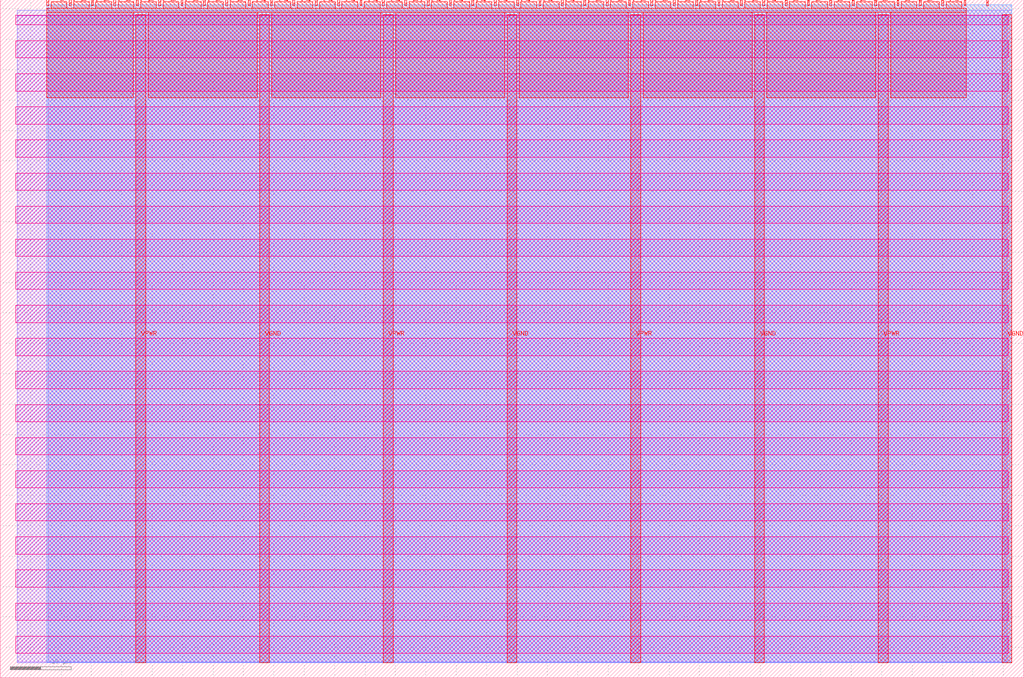
<source format=lef>
VERSION 5.7 ;
  NOWIREEXTENSIONATPIN ON ;
  DIVIDERCHAR "/" ;
  BUSBITCHARS "[]" ;
MACRO tt_um_fing_synchronizer_hga
  CLASS BLOCK ;
  FOREIGN tt_um_fing_synchronizer_hga ;
  ORIGIN 0.000 0.000 ;
  SIZE 168.360 BY 111.520 ;
  PIN VGND
    DIRECTION INOUT ;
    USE GROUND ;
    PORT
      LAYER met4 ;
        RECT 42.670 2.480 44.270 109.040 ;
    END
    PORT
      LAYER met4 ;
        RECT 83.380 2.480 84.980 109.040 ;
    END
    PORT
      LAYER met4 ;
        RECT 124.090 2.480 125.690 109.040 ;
    END
    PORT
      LAYER met4 ;
        RECT 164.800 2.480 166.400 109.040 ;
    END
  END VGND
  PIN VPWR
    DIRECTION INOUT ;
    USE POWER ;
    PORT
      LAYER met4 ;
        RECT 22.315 2.480 23.915 109.040 ;
    END
    PORT
      LAYER met4 ;
        RECT 63.025 2.480 64.625 109.040 ;
    END
    PORT
      LAYER met4 ;
        RECT 103.735 2.480 105.335 109.040 ;
    END
    PORT
      LAYER met4 ;
        RECT 144.445 2.480 146.045 109.040 ;
    END
  END VPWR
  PIN clk
    DIRECTION INPUT ;
    USE SIGNAL ;
    ANTENNAGATEAREA 0.852000 ;
    PORT
      LAYER met4 ;
        RECT 158.550 110.520 158.850 111.520 ;
    END
  END clk
  PIN ena
    DIRECTION INPUT ;
    USE SIGNAL ;
    PORT
      LAYER met4 ;
        RECT 162.230 110.520 162.530 111.520 ;
    END
  END ena
  PIN rst_n
    DIRECTION INPUT ;
    USE SIGNAL ;
    ANTENNAGATEAREA 0.196500 ;
    PORT
      LAYER met4 ;
        RECT 154.870 110.520 155.170 111.520 ;
    END
  END rst_n
  PIN ui_in[0]
    DIRECTION INPUT ;
    USE SIGNAL ;
    ANTENNAGATEAREA 0.196500 ;
    PORT
      LAYER met4 ;
        RECT 151.190 110.520 151.490 111.520 ;
    END
  END ui_in[0]
  PIN ui_in[1]
    DIRECTION INPUT ;
    USE SIGNAL ;
    ANTENNAGATEAREA 0.213000 ;
    PORT
      LAYER met4 ;
        RECT 147.510 110.520 147.810 111.520 ;
    END
  END ui_in[1]
  PIN ui_in[2]
    DIRECTION INPUT ;
    USE SIGNAL ;
    ANTENNAGATEAREA 0.159000 ;
    PORT
      LAYER met4 ;
        RECT 143.830 110.520 144.130 111.520 ;
    END
  END ui_in[2]
  PIN ui_in[3]
    DIRECTION INPUT ;
    USE SIGNAL ;
    ANTENNAGATEAREA 0.159000 ;
    PORT
      LAYER met4 ;
        RECT 140.150 110.520 140.450 111.520 ;
    END
  END ui_in[3]
  PIN ui_in[4]
    DIRECTION INPUT ;
    USE SIGNAL ;
    ANTENNAGATEAREA 0.196500 ;
    PORT
      LAYER met4 ;
        RECT 136.470 110.520 136.770 111.520 ;
    END
  END ui_in[4]
  PIN ui_in[5]
    DIRECTION INPUT ;
    USE SIGNAL ;
    ANTENNAGATEAREA 0.196500 ;
    PORT
      LAYER met4 ;
        RECT 132.790 110.520 133.090 111.520 ;
    END
  END ui_in[5]
  PIN ui_in[6]
    DIRECTION INPUT ;
    USE SIGNAL ;
    ANTENNAGATEAREA 0.213000 ;
    PORT
      LAYER met4 ;
        RECT 129.110 110.520 129.410 111.520 ;
    END
  END ui_in[6]
  PIN ui_in[7]
    DIRECTION INPUT ;
    USE SIGNAL ;
    ANTENNAGATEAREA 0.213000 ;
    PORT
      LAYER met4 ;
        RECT 125.430 110.520 125.730 111.520 ;
    END
  END ui_in[7]
  PIN uio_in[0]
    DIRECTION INPUT ;
    USE SIGNAL ;
    ANTENNAGATEAREA 0.196500 ;
    PORT
      LAYER met4 ;
        RECT 121.750 110.520 122.050 111.520 ;
    END
  END uio_in[0]
  PIN uio_in[1]
    DIRECTION INPUT ;
    USE SIGNAL ;
    ANTENNAGATEAREA 0.196500 ;
    PORT
      LAYER met4 ;
        RECT 118.070 110.520 118.370 111.520 ;
    END
  END uio_in[1]
  PIN uio_in[2]
    DIRECTION INPUT ;
    USE SIGNAL ;
    ANTENNAGATEAREA 0.196500 ;
    PORT
      LAYER met4 ;
        RECT 114.390 110.520 114.690 111.520 ;
    END
  END uio_in[2]
  PIN uio_in[3]
    DIRECTION INPUT ;
    USE SIGNAL ;
    ANTENNAGATEAREA 0.196500 ;
    PORT
      LAYER met4 ;
        RECT 110.710 110.520 111.010 111.520 ;
    END
  END uio_in[3]
  PIN uio_in[4]
    DIRECTION INPUT ;
    USE SIGNAL ;
    ANTENNAGATEAREA 0.196500 ;
    PORT
      LAYER met4 ;
        RECT 107.030 110.520 107.330 111.520 ;
    END
  END uio_in[4]
  PIN uio_in[5]
    DIRECTION INPUT ;
    USE SIGNAL ;
    ANTENNAGATEAREA 0.196500 ;
    PORT
      LAYER met4 ;
        RECT 103.350 110.520 103.650 111.520 ;
    END
  END uio_in[5]
  PIN uio_in[6]
    DIRECTION INPUT ;
    USE SIGNAL ;
    ANTENNAGATEAREA 0.196500 ;
    PORT
      LAYER met4 ;
        RECT 99.670 110.520 99.970 111.520 ;
    END
  END uio_in[6]
  PIN uio_in[7]
    DIRECTION INPUT ;
    USE SIGNAL ;
    ANTENNAGATEAREA 0.196500 ;
    PORT
      LAYER met4 ;
        RECT 95.990 110.520 96.290 111.520 ;
    END
  END uio_in[7]
  PIN uio_oe[0]
    DIRECTION OUTPUT TRISTATE ;
    USE SIGNAL ;
    PORT
      LAYER met4 ;
        RECT 33.430 110.520 33.730 111.520 ;
    END
  END uio_oe[0]
  PIN uio_oe[1]
    DIRECTION OUTPUT TRISTATE ;
    USE SIGNAL ;
    PORT
      LAYER met4 ;
        RECT 29.750 110.520 30.050 111.520 ;
    END
  END uio_oe[1]
  PIN uio_oe[2]
    DIRECTION OUTPUT TRISTATE ;
    USE SIGNAL ;
    PORT
      LAYER met4 ;
        RECT 26.070 110.520 26.370 111.520 ;
    END
  END uio_oe[2]
  PIN uio_oe[3]
    DIRECTION OUTPUT TRISTATE ;
    USE SIGNAL ;
    PORT
      LAYER met4 ;
        RECT 22.390 110.520 22.690 111.520 ;
    END
  END uio_oe[3]
  PIN uio_oe[4]
    DIRECTION OUTPUT TRISTATE ;
    USE SIGNAL ;
    PORT
      LAYER met4 ;
        RECT 18.710 110.520 19.010 111.520 ;
    END
  END uio_oe[4]
  PIN uio_oe[5]
    DIRECTION OUTPUT TRISTATE ;
    USE SIGNAL ;
    PORT
      LAYER met4 ;
        RECT 15.030 110.520 15.330 111.520 ;
    END
  END uio_oe[5]
  PIN uio_oe[6]
    DIRECTION OUTPUT TRISTATE ;
    USE SIGNAL ;
    PORT
      LAYER met4 ;
        RECT 11.350 110.520 11.650 111.520 ;
    END
  END uio_oe[6]
  PIN uio_oe[7]
    DIRECTION OUTPUT TRISTATE ;
    USE SIGNAL ;
    PORT
      LAYER met4 ;
        RECT 7.670 110.520 7.970 111.520 ;
    END
  END uio_oe[7]
  PIN uio_out[0]
    DIRECTION OUTPUT TRISTATE ;
    USE SIGNAL ;
    PORT
      LAYER met4 ;
        RECT 62.870 110.520 63.170 111.520 ;
    END
  END uio_out[0]
  PIN uio_out[1]
    DIRECTION OUTPUT TRISTATE ;
    USE SIGNAL ;
    PORT
      LAYER met4 ;
        RECT 59.190 110.520 59.490 111.520 ;
    END
  END uio_out[1]
  PIN uio_out[2]
    DIRECTION OUTPUT TRISTATE ;
    USE SIGNAL ;
    PORT
      LAYER met4 ;
        RECT 55.510 110.520 55.810 111.520 ;
    END
  END uio_out[2]
  PIN uio_out[3]
    DIRECTION OUTPUT TRISTATE ;
    USE SIGNAL ;
    PORT
      LAYER met4 ;
        RECT 51.830 110.520 52.130 111.520 ;
    END
  END uio_out[3]
  PIN uio_out[4]
    DIRECTION OUTPUT TRISTATE ;
    USE SIGNAL ;
    PORT
      LAYER met4 ;
        RECT 48.150 110.520 48.450 111.520 ;
    END
  END uio_out[4]
  PIN uio_out[5]
    DIRECTION OUTPUT TRISTATE ;
    USE SIGNAL ;
    PORT
      LAYER met4 ;
        RECT 44.470 110.520 44.770 111.520 ;
    END
  END uio_out[5]
  PIN uio_out[6]
    DIRECTION OUTPUT TRISTATE ;
    USE SIGNAL ;
    PORT
      LAYER met4 ;
        RECT 40.790 110.520 41.090 111.520 ;
    END
  END uio_out[6]
  PIN uio_out[7]
    DIRECTION OUTPUT TRISTATE ;
    USE SIGNAL ;
    PORT
      LAYER met4 ;
        RECT 37.110 110.520 37.410 111.520 ;
    END
  END uio_out[7]
  PIN uo_out[0]
    DIRECTION OUTPUT TRISTATE ;
    USE SIGNAL ;
    ANTENNADIFFAREA 0.891000 ;
    PORT
      LAYER met4 ;
        RECT 92.310 110.520 92.610 111.520 ;
    END
  END uo_out[0]
  PIN uo_out[1]
    DIRECTION OUTPUT TRISTATE ;
    USE SIGNAL ;
    ANTENNADIFFAREA 0.891000 ;
    PORT
      LAYER met4 ;
        RECT 88.630 110.520 88.930 111.520 ;
    END
  END uo_out[1]
  PIN uo_out[2]
    DIRECTION OUTPUT TRISTATE ;
    USE SIGNAL ;
    ANTENNADIFFAREA 0.891000 ;
    PORT
      LAYER met4 ;
        RECT 84.950 110.520 85.250 111.520 ;
    END
  END uo_out[2]
  PIN uo_out[3]
    DIRECTION OUTPUT TRISTATE ;
    USE SIGNAL ;
    ANTENNADIFFAREA 0.891000 ;
    PORT
      LAYER met4 ;
        RECT 81.270 110.520 81.570 111.520 ;
    END
  END uo_out[3]
  PIN uo_out[4]
    DIRECTION OUTPUT TRISTATE ;
    USE SIGNAL ;
    ANTENNADIFFAREA 0.891000 ;
    PORT
      LAYER met4 ;
        RECT 77.590 110.520 77.890 111.520 ;
    END
  END uo_out[4]
  PIN uo_out[5]
    DIRECTION OUTPUT TRISTATE ;
    USE SIGNAL ;
    ANTENNADIFFAREA 0.891000 ;
    PORT
      LAYER met4 ;
        RECT 73.910 110.520 74.210 111.520 ;
    END
  END uo_out[5]
  PIN uo_out[6]
    DIRECTION OUTPUT TRISTATE ;
    USE SIGNAL ;
    ANTENNADIFFAREA 0.891000 ;
    PORT
      LAYER met4 ;
        RECT 70.230 110.520 70.530 111.520 ;
    END
  END uo_out[6]
  PIN uo_out[7]
    DIRECTION OUTPUT TRISTATE ;
    USE SIGNAL ;
    ANTENNADIFFAREA 0.891000 ;
    PORT
      LAYER met4 ;
        RECT 66.550 110.520 66.850 111.520 ;
    END
  END uo_out[7]
  OBS
      LAYER nwell ;
        RECT 2.570 107.385 165.790 108.990 ;
        RECT 2.570 101.945 165.790 104.775 ;
        RECT 2.570 96.505 165.790 99.335 ;
        RECT 2.570 91.065 165.790 93.895 ;
        RECT 2.570 85.625 165.790 88.455 ;
        RECT 2.570 80.185 165.790 83.015 ;
        RECT 2.570 74.745 165.790 77.575 ;
        RECT 2.570 69.305 165.790 72.135 ;
        RECT 2.570 63.865 165.790 66.695 ;
        RECT 2.570 58.425 165.790 61.255 ;
        RECT 2.570 52.985 165.790 55.815 ;
        RECT 2.570 47.545 165.790 50.375 ;
        RECT 2.570 42.105 165.790 44.935 ;
        RECT 2.570 36.665 165.790 39.495 ;
        RECT 2.570 31.225 165.790 34.055 ;
        RECT 2.570 25.785 165.790 28.615 ;
        RECT 2.570 20.345 165.790 23.175 ;
        RECT 2.570 14.905 165.790 17.735 ;
        RECT 2.570 9.465 165.790 12.295 ;
        RECT 2.570 4.025 165.790 6.855 ;
      LAYER li1 ;
        RECT 2.760 2.635 165.600 108.885 ;
      LAYER met1 ;
        RECT 2.760 2.480 166.400 109.780 ;
      LAYER met2 ;
        RECT 7.910 2.535 166.370 110.685 ;
      LAYER met3 ;
        RECT 7.630 2.555 166.390 110.665 ;
      LAYER met4 ;
        RECT 8.370 110.120 10.950 111.170 ;
        RECT 12.050 110.120 14.630 111.170 ;
        RECT 15.730 110.120 18.310 111.170 ;
        RECT 19.410 110.120 21.990 111.170 ;
        RECT 23.090 110.120 25.670 111.170 ;
        RECT 26.770 110.120 29.350 111.170 ;
        RECT 30.450 110.120 33.030 111.170 ;
        RECT 34.130 110.120 36.710 111.170 ;
        RECT 37.810 110.120 40.390 111.170 ;
        RECT 41.490 110.120 44.070 111.170 ;
        RECT 45.170 110.120 47.750 111.170 ;
        RECT 48.850 110.120 51.430 111.170 ;
        RECT 52.530 110.120 55.110 111.170 ;
        RECT 56.210 110.120 58.790 111.170 ;
        RECT 59.890 110.120 62.470 111.170 ;
        RECT 63.570 110.120 66.150 111.170 ;
        RECT 67.250 110.120 69.830 111.170 ;
        RECT 70.930 110.120 73.510 111.170 ;
        RECT 74.610 110.120 77.190 111.170 ;
        RECT 78.290 110.120 80.870 111.170 ;
        RECT 81.970 110.120 84.550 111.170 ;
        RECT 85.650 110.120 88.230 111.170 ;
        RECT 89.330 110.120 91.910 111.170 ;
        RECT 93.010 110.120 95.590 111.170 ;
        RECT 96.690 110.120 99.270 111.170 ;
        RECT 100.370 110.120 102.950 111.170 ;
        RECT 104.050 110.120 106.630 111.170 ;
        RECT 107.730 110.120 110.310 111.170 ;
        RECT 111.410 110.120 113.990 111.170 ;
        RECT 115.090 110.120 117.670 111.170 ;
        RECT 118.770 110.120 121.350 111.170 ;
        RECT 122.450 110.120 125.030 111.170 ;
        RECT 126.130 110.120 128.710 111.170 ;
        RECT 129.810 110.120 132.390 111.170 ;
        RECT 133.490 110.120 136.070 111.170 ;
        RECT 137.170 110.120 139.750 111.170 ;
        RECT 140.850 110.120 143.430 111.170 ;
        RECT 144.530 110.120 147.110 111.170 ;
        RECT 148.210 110.120 150.790 111.170 ;
        RECT 151.890 110.120 154.470 111.170 ;
        RECT 155.570 110.120 158.150 111.170 ;
        RECT 7.655 109.440 158.865 110.120 ;
        RECT 7.655 95.375 21.915 109.440 ;
        RECT 24.315 95.375 42.270 109.440 ;
        RECT 44.670 95.375 62.625 109.440 ;
        RECT 65.025 95.375 82.980 109.440 ;
        RECT 85.380 95.375 103.335 109.440 ;
        RECT 105.735 95.375 123.690 109.440 ;
        RECT 126.090 95.375 144.045 109.440 ;
        RECT 146.445 95.375 158.865 109.440 ;
  END
END tt_um_fing_synchronizer_hga
END LIBRARY


</source>
